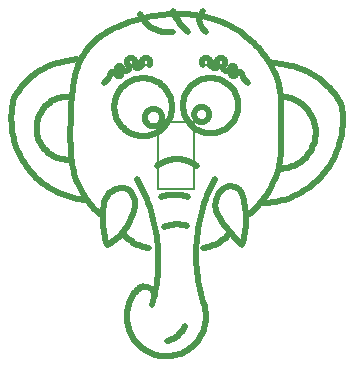
<source format=gbo>
G04 EAGLE Gerber X2 export*
G75*
%MOIN*%
%FSLAX24Y24*%
%LPD*%
%AMOC8*
5,1,8,0,0,1.08239X$1,22.5*%
G01*
%ADD10C,0.020000*%
%ADD11C,0.005000*%


D10*
X7000Y11700D02*
X7200Y11700D01*
X7315Y11698D01*
X7430Y11692D01*
X7545Y11683D01*
X7659Y11669D01*
X7773Y11652D01*
X7887Y11631D01*
X7999Y11606D01*
X8111Y11577D01*
X8221Y11544D01*
X8331Y11508D01*
X8439Y11468D01*
X8545Y11425D01*
X8651Y11378D01*
X8754Y11327D01*
X8856Y11273D01*
X8956Y11216D01*
X9054Y11155D01*
X9150Y11092D01*
X9243Y11024D01*
X9335Y10954D01*
X9424Y10881D01*
X9510Y10805D01*
X9594Y10726D01*
X9675Y10644D01*
X9753Y10559D01*
X9829Y10472D01*
X9901Y10383D01*
X9971Y10291D01*
X10037Y10196D01*
X10100Y10100D01*
X10151Y10016D01*
X10198Y9930D01*
X10243Y9842D01*
X10284Y9752D01*
X10321Y9661D01*
X10356Y9569D01*
X10386Y9476D01*
X10413Y9381D01*
X10437Y9285D01*
X10456Y9189D01*
X10472Y9092D01*
X10485Y8994D01*
X10494Y8896D01*
X10499Y8798D01*
X10500Y8700D01*
X10500Y7300D01*
X10499Y7196D01*
X10494Y7093D01*
X10485Y6990D01*
X10473Y6887D01*
X10457Y6785D01*
X10437Y6684D01*
X10414Y6583D01*
X10387Y6483D01*
X10356Y6384D01*
X10322Y6286D01*
X10285Y6190D01*
X10244Y6095D01*
X10199Y6001D01*
X10152Y5910D01*
X10101Y5820D01*
X10047Y5731D01*
X9990Y5645D01*
X9929Y5561D01*
X9866Y5479D01*
X9800Y5400D01*
X9725Y5315D01*
X9647Y5233D01*
X9567Y5153D01*
X9485Y5075D01*
X9400Y5000D01*
X8800Y4400D02*
X8700Y4300D01*
X8649Y4252D01*
X8596Y4206D01*
X8541Y4163D01*
X8484Y4123D01*
X8424Y4086D01*
X8363Y4051D01*
X8301Y4020D01*
X8237Y3992D01*
X8171Y3967D01*
X8105Y3945D01*
X8037Y3927D01*
X7969Y3912D01*
X7900Y3900D01*
X5300Y4300D02*
X5200Y4400D01*
X5300Y4300D02*
X5351Y4252D01*
X5404Y4206D01*
X5459Y4163D01*
X5516Y4123D01*
X5576Y4086D01*
X5637Y4051D01*
X5699Y4020D01*
X5763Y3992D01*
X5829Y3967D01*
X5895Y3945D01*
X5963Y3927D01*
X6031Y3912D01*
X6100Y3900D01*
X4700Y11100D02*
X4818Y11164D01*
X4937Y11224D01*
X5057Y11281D01*
X5180Y11334D01*
X5304Y11384D01*
X5429Y11430D01*
X5555Y11473D01*
X5683Y11512D01*
X5812Y11548D01*
X5941Y11579D01*
X6072Y11608D01*
X6203Y11632D01*
X6335Y11653D01*
X6467Y11670D01*
X6600Y11683D01*
X6733Y11692D01*
X6867Y11698D01*
X7000Y11700D01*
X4700Y11100D02*
X4621Y11054D01*
X4544Y11004D01*
X4469Y10952D01*
X4397Y10896D01*
X4327Y10837D01*
X4259Y10776D01*
X4194Y10711D01*
X4132Y10644D01*
X4073Y10575D01*
X4017Y10503D01*
X3963Y10429D01*
X3913Y10352D01*
X3866Y10274D01*
X3822Y10193D01*
X3782Y10111D01*
X3745Y10028D01*
X3712Y9943D01*
X3682Y9856D01*
X3656Y9769D01*
X3634Y9680D01*
X3615Y9590D01*
X3600Y9500D01*
X3563Y9224D01*
X3533Y8947D01*
X3509Y8670D01*
X3491Y8392D01*
X3480Y8114D01*
X3475Y7835D01*
X3477Y7557D01*
X3485Y7278D01*
X3500Y7000D01*
X3509Y6896D01*
X3521Y6792D01*
X3537Y6689D01*
X3557Y6586D01*
X3580Y6485D01*
X3608Y6384D01*
X3638Y6284D01*
X3673Y6185D01*
X3711Y6088D01*
X3753Y5992D01*
X3798Y5898D01*
X3846Y5806D01*
X3898Y5715D01*
X3953Y5626D01*
X4011Y5540D01*
X4072Y5455D01*
X4136Y5373D01*
X4203Y5293D01*
X4274Y5216D01*
X4346Y5141D01*
X4422Y5069D01*
X4500Y4999D01*
X3700Y10200D02*
X3200Y10100D01*
X3109Y10080D01*
X3018Y10056D01*
X2928Y10028D01*
X2839Y9997D01*
X2752Y9962D01*
X2666Y9923D01*
X2582Y9882D01*
X2500Y9836D01*
X2419Y9788D01*
X2341Y9736D01*
X2264Y9681D01*
X2190Y9623D01*
X2119Y9563D01*
X2049Y9499D01*
X1983Y9432D01*
X1919Y9363D01*
X1858Y9292D01*
X1800Y9218D01*
X1746Y9141D01*
X1694Y9063D01*
X1645Y8982D01*
X1600Y8900D01*
X1575Y8800D01*
X1555Y8699D01*
X1538Y8597D01*
X1525Y8495D01*
X1516Y8392D01*
X1511Y8289D01*
X1510Y8186D01*
X1513Y8083D01*
X1519Y7981D01*
X1530Y7878D01*
X1544Y7776D01*
X1563Y7675D01*
X1585Y7574D01*
X1611Y7474D01*
X1640Y7376D01*
X1674Y7278D01*
X1711Y7182D01*
X1752Y7087D01*
X1796Y6994D01*
X1844Y6903D01*
X1895Y6813D01*
X1949Y6726D01*
X2007Y6641D01*
X2068Y6558D01*
X2132Y6477D01*
X2199Y6399D01*
X2269Y6323D01*
X2342Y6250D01*
X2418Y6180D01*
X2496Y6113D01*
X2577Y6049D01*
X2660Y5988D01*
X2745Y5930D01*
X2832Y5876D01*
X2922Y5825D01*
X3013Y5777D01*
X3106Y5733D01*
X3201Y5692D01*
X3297Y5655D01*
X3395Y5621D01*
X3493Y5592D01*
X3593Y5566D01*
X3694Y5544D01*
X3795Y5525D01*
X3897Y5511D01*
X4000Y5500D01*
X10100Y10100D02*
X10700Y10000D01*
X10794Y9982D01*
X10888Y9961D01*
X10980Y9937D01*
X11072Y9908D01*
X11162Y9876D01*
X11251Y9841D01*
X11339Y9803D01*
X11425Y9761D01*
X11510Y9715D01*
X11593Y9667D01*
X11673Y9616D01*
X11752Y9561D01*
X11829Y9503D01*
X11903Y9443D01*
X11975Y9379D01*
X12045Y9313D01*
X12112Y9245D01*
X12176Y9174D01*
X12237Y9100D01*
X12296Y9024D01*
X12351Y8946D01*
X12404Y8866D01*
X12454Y8784D01*
X12500Y8700D01*
X12499Y8700D02*
X12519Y8598D01*
X12534Y8495D01*
X12546Y8392D01*
X12553Y8288D01*
X12557Y8184D01*
X12556Y8080D01*
X12552Y7976D01*
X12544Y7872D01*
X12532Y7769D01*
X12516Y7666D01*
X12496Y7564D01*
X12472Y7463D01*
X12444Y7362D01*
X12413Y7263D01*
X12378Y7165D01*
X12339Y7069D01*
X12296Y6974D01*
X12250Y6881D01*
X12201Y6789D01*
X12148Y6700D01*
X12091Y6612D01*
X12032Y6527D01*
X11969Y6444D01*
X11903Y6364D01*
X11834Y6286D01*
X11762Y6210D01*
X11688Y6138D01*
X11610Y6068D01*
X11530Y6002D01*
X11448Y5938D01*
X11363Y5878D01*
X11276Y5821D01*
X11187Y5767D01*
X11096Y5717D01*
X11003Y5670D01*
X10909Y5627D01*
X10812Y5587D01*
X10715Y5551D01*
X10616Y5519D01*
X10516Y5490D01*
X10415Y5465D01*
X10313Y5445D01*
X10210Y5428D01*
X10107Y5415D01*
X10003Y5405D01*
X9900Y5400D01*
X5300Y5900D02*
X5200Y5900D01*
X5300Y5900D02*
X5342Y5879D01*
X5381Y5855D01*
X5419Y5828D01*
X5454Y5797D01*
X5487Y5764D01*
X5516Y5728D01*
X5543Y5690D01*
X5566Y5650D01*
X5586Y5608D01*
X5603Y5565D01*
X5616Y5520D01*
X5625Y5475D01*
X5630Y5428D01*
X5632Y5382D01*
X5630Y5336D01*
X5624Y5289D01*
X5614Y5244D01*
X5600Y5200D01*
X5200Y5900D02*
X5153Y5898D01*
X5106Y5893D01*
X5060Y5884D01*
X5015Y5871D01*
X4970Y5855D01*
X4927Y5836D01*
X4886Y5813D01*
X4847Y5787D01*
X4809Y5759D01*
X4775Y5727D01*
X4742Y5693D01*
X4712Y5656D01*
X4686Y5618D01*
X4662Y5577D01*
X4641Y5535D01*
X4624Y5491D01*
X4610Y5446D01*
X4600Y5400D01*
X4584Y5300D01*
X4571Y5200D01*
X4561Y5099D01*
X4556Y4998D01*
X4554Y4896D01*
X4556Y4795D01*
X4561Y4694D01*
X4570Y4593D01*
X4583Y4492D01*
X4599Y4392D01*
X4619Y4293D01*
X4643Y4195D01*
X4670Y4097D01*
X4700Y4000D01*
X4771Y4040D01*
X4840Y4083D01*
X4907Y4129D01*
X4972Y4179D01*
X5034Y4231D01*
X5094Y4286D01*
X5152Y4344D01*
X5206Y4405D01*
X5258Y4468D01*
X5307Y4533D01*
X5353Y4600D01*
X5396Y4670D01*
X5435Y4741D01*
X5471Y4814D01*
X5504Y4889D01*
X5533Y4965D01*
X5559Y5042D01*
X5581Y5121D01*
X5600Y5200D01*
X8500Y5800D02*
X8600Y5900D01*
X8499Y5801D02*
X8467Y5765D01*
X8436Y5728D01*
X8409Y5688D01*
X8385Y5646D01*
X8364Y5603D01*
X8346Y5558D01*
X8331Y5512D01*
X8320Y5465D01*
X8312Y5417D01*
X8308Y5369D01*
X8307Y5321D01*
X8310Y5273D01*
X8316Y5225D01*
X8326Y5178D01*
X8340Y5132D01*
X8356Y5086D01*
X8376Y5042D01*
X8399Y5000D01*
X8400Y5000D02*
X8467Y4890D01*
X8538Y4783D01*
X8611Y4677D01*
X8687Y4574D01*
X8766Y4472D01*
X8847Y4373D01*
X8932Y4276D01*
X9019Y4182D01*
X9108Y4090D01*
X9200Y4000D01*
X9200Y5700D02*
X9184Y5736D01*
X9164Y5771D01*
X9140Y5804D01*
X9114Y5834D01*
X9085Y5861D01*
X9053Y5886D01*
X9020Y5907D01*
X8984Y5925D01*
X8947Y5940D01*
X8908Y5951D01*
X8869Y5958D01*
X8829Y5961D01*
X8789Y5960D01*
X8749Y5956D01*
X8710Y5947D01*
X8672Y5935D01*
X8635Y5919D01*
X8600Y5900D01*
X9200Y5700D02*
X9229Y5603D01*
X9254Y5504D01*
X9276Y5405D01*
X9294Y5305D01*
X9309Y5205D01*
X9320Y5104D01*
X9327Y5002D01*
X9331Y4901D01*
X9331Y4799D01*
X9327Y4698D01*
X9320Y4596D01*
X9309Y4495D01*
X9294Y4395D01*
X9276Y4295D01*
X9254Y4196D01*
X9229Y4097D01*
X9200Y4000D01*
X4938Y8600D02*
X4940Y8662D01*
X4946Y8723D01*
X4956Y8784D01*
X4969Y8844D01*
X4987Y8903D01*
X5008Y8961D01*
X5033Y9017D01*
X5062Y9072D01*
X5094Y9125D01*
X5129Y9175D01*
X5167Y9224D01*
X5209Y9269D01*
X5253Y9312D01*
X5300Y9352D01*
X5350Y9389D01*
X5401Y9423D01*
X5455Y9453D01*
X5511Y9480D01*
X5568Y9503D01*
X5626Y9522D01*
X5686Y9538D01*
X5746Y9550D01*
X5808Y9558D01*
X5869Y9562D01*
X5931Y9562D01*
X5992Y9558D01*
X6054Y9550D01*
X6114Y9538D01*
X6174Y9522D01*
X6232Y9503D01*
X6289Y9480D01*
X6345Y9453D01*
X6399Y9423D01*
X6450Y9389D01*
X6500Y9352D01*
X6547Y9312D01*
X6591Y9269D01*
X6633Y9224D01*
X6671Y9175D01*
X6706Y9125D01*
X6738Y9072D01*
X6767Y9017D01*
X6792Y8961D01*
X6813Y8903D01*
X6831Y8844D01*
X6844Y8784D01*
X6854Y8723D01*
X6860Y8662D01*
X6862Y8600D01*
X6860Y8538D01*
X6854Y8477D01*
X6844Y8416D01*
X6831Y8356D01*
X6813Y8297D01*
X6792Y8239D01*
X6767Y8183D01*
X6738Y8128D01*
X6706Y8075D01*
X6671Y8025D01*
X6633Y7976D01*
X6591Y7931D01*
X6547Y7888D01*
X6500Y7848D01*
X6450Y7811D01*
X6399Y7777D01*
X6345Y7747D01*
X6289Y7720D01*
X6232Y7697D01*
X6174Y7678D01*
X6114Y7662D01*
X6054Y7650D01*
X5992Y7642D01*
X5931Y7638D01*
X5869Y7638D01*
X5808Y7642D01*
X5746Y7650D01*
X5686Y7662D01*
X5626Y7678D01*
X5568Y7697D01*
X5511Y7720D01*
X5455Y7747D01*
X5401Y7777D01*
X5350Y7811D01*
X5300Y7848D01*
X5253Y7888D01*
X5209Y7931D01*
X5167Y7976D01*
X5129Y8025D01*
X5094Y8075D01*
X5062Y8128D01*
X5033Y8183D01*
X5008Y8239D01*
X4987Y8297D01*
X4969Y8356D01*
X4956Y8416D01*
X4946Y8477D01*
X4940Y8538D01*
X4938Y8600D01*
X7228Y8650D02*
X7230Y8710D01*
X7236Y8770D01*
X7246Y8830D01*
X7259Y8889D01*
X7277Y8946D01*
X7298Y9003D01*
X7323Y9058D01*
X7352Y9111D01*
X7383Y9162D01*
X7419Y9211D01*
X7457Y9258D01*
X7498Y9302D01*
X7542Y9343D01*
X7589Y9381D01*
X7638Y9417D01*
X7689Y9448D01*
X7742Y9477D01*
X7797Y9502D01*
X7854Y9523D01*
X7911Y9541D01*
X7970Y9554D01*
X8030Y9564D01*
X8090Y9570D01*
X8150Y9572D01*
X8210Y9570D01*
X8270Y9564D01*
X8330Y9554D01*
X8389Y9541D01*
X8446Y9523D01*
X8503Y9502D01*
X8558Y9477D01*
X8611Y9448D01*
X8662Y9417D01*
X8711Y9381D01*
X8758Y9343D01*
X8802Y9302D01*
X8843Y9258D01*
X8881Y9211D01*
X8917Y9162D01*
X8948Y9111D01*
X8977Y9058D01*
X9002Y9003D01*
X9023Y8946D01*
X9041Y8889D01*
X9054Y8830D01*
X9064Y8770D01*
X9070Y8710D01*
X9072Y8650D01*
X9070Y8590D01*
X9064Y8530D01*
X9054Y8470D01*
X9041Y8411D01*
X9023Y8354D01*
X9002Y8297D01*
X8977Y8242D01*
X8948Y8189D01*
X8917Y8138D01*
X8881Y8089D01*
X8843Y8042D01*
X8802Y7998D01*
X8758Y7957D01*
X8711Y7919D01*
X8662Y7883D01*
X8611Y7852D01*
X8558Y7823D01*
X8503Y7798D01*
X8446Y7777D01*
X8389Y7759D01*
X8330Y7746D01*
X8270Y7736D01*
X8210Y7730D01*
X8150Y7728D01*
X8090Y7730D01*
X8030Y7736D01*
X7970Y7746D01*
X7911Y7759D01*
X7854Y7777D01*
X7797Y7798D01*
X7742Y7823D01*
X7689Y7852D01*
X7638Y7883D01*
X7589Y7919D01*
X7542Y7957D01*
X7498Y7998D01*
X7457Y8042D01*
X7419Y8089D01*
X7383Y8138D01*
X7352Y8189D01*
X7323Y8242D01*
X7298Y8297D01*
X7277Y8354D01*
X7259Y8411D01*
X7246Y8470D01*
X7236Y8530D01*
X7230Y8590D01*
X7228Y8650D01*
X7600Y8350D02*
X7602Y8381D01*
X7608Y8412D01*
X7618Y8442D01*
X7631Y8470D01*
X7648Y8497D01*
X7668Y8521D01*
X7691Y8543D01*
X7716Y8561D01*
X7744Y8576D01*
X7773Y8588D01*
X7803Y8596D01*
X7834Y8600D01*
X7866Y8600D01*
X7897Y8596D01*
X7927Y8588D01*
X7956Y8576D01*
X7984Y8561D01*
X8009Y8543D01*
X8032Y8521D01*
X8052Y8497D01*
X8069Y8470D01*
X8082Y8442D01*
X8092Y8412D01*
X8098Y8381D01*
X8100Y8350D01*
X8098Y8319D01*
X8092Y8288D01*
X8082Y8258D01*
X8069Y8230D01*
X8052Y8203D01*
X8032Y8179D01*
X8009Y8157D01*
X7984Y8139D01*
X7956Y8124D01*
X7927Y8112D01*
X7897Y8104D01*
X7866Y8100D01*
X7834Y8100D01*
X7803Y8104D01*
X7773Y8112D01*
X7744Y8124D01*
X7716Y8139D01*
X7691Y8157D01*
X7668Y8179D01*
X7648Y8203D01*
X7631Y8230D01*
X7618Y8258D01*
X7608Y8288D01*
X7602Y8319D01*
X7600Y8350D01*
X5958Y8250D02*
X5960Y8284D01*
X5966Y8317D01*
X5976Y8350D01*
X5989Y8381D01*
X6006Y8410D01*
X6026Y8438D01*
X6050Y8462D01*
X6076Y8484D01*
X6104Y8503D01*
X6134Y8518D01*
X6166Y8530D01*
X6199Y8538D01*
X6233Y8542D01*
X6267Y8542D01*
X6301Y8538D01*
X6334Y8530D01*
X6366Y8518D01*
X6396Y8503D01*
X6424Y8484D01*
X6450Y8462D01*
X6474Y8438D01*
X6494Y8410D01*
X6511Y8381D01*
X6524Y8350D01*
X6534Y8317D01*
X6540Y8284D01*
X6542Y8250D01*
X6540Y8216D01*
X6534Y8183D01*
X6524Y8150D01*
X6511Y8119D01*
X6494Y8090D01*
X6474Y8062D01*
X6450Y8038D01*
X6424Y8016D01*
X6396Y7997D01*
X6366Y7982D01*
X6334Y7970D01*
X6301Y7962D01*
X6267Y7958D01*
X6233Y7958D01*
X6199Y7962D01*
X6166Y7970D01*
X6134Y7982D01*
X6104Y7997D01*
X6076Y8016D01*
X6050Y8038D01*
X6026Y8062D01*
X6006Y8090D01*
X5989Y8119D01*
X5976Y8150D01*
X5966Y8183D01*
X5960Y8216D01*
X5958Y8250D01*
X3450Y8951D02*
X3386Y8952D01*
X3321Y8949D01*
X3257Y8942D01*
X3194Y8932D01*
X3131Y8917D01*
X3069Y8899D01*
X3008Y8876D01*
X2949Y8851D01*
X2892Y8821D01*
X2837Y8788D01*
X2783Y8752D01*
X2732Y8713D01*
X2684Y8670D01*
X2638Y8625D01*
X2595Y8577D01*
X2555Y8526D01*
X2518Y8473D01*
X2485Y8418D01*
X2455Y8361D01*
X2429Y8302D01*
X2406Y8242D01*
X2387Y8180D01*
X2372Y8118D01*
X2360Y8054D01*
X2353Y7990D01*
X2349Y7926D01*
X2350Y7862D01*
X2354Y7797D01*
X2362Y7733D01*
X2375Y7670D01*
X2391Y7608D01*
X2411Y7546D01*
X2434Y7486D01*
X2461Y7428D01*
X2492Y7371D01*
X2526Y7317D01*
X2564Y7264D01*
X2604Y7214D01*
X2648Y7167D01*
X2694Y7122D01*
X2744Y7080D01*
X2795Y7042D01*
X2849Y7006D01*
X2905Y6974D01*
X2963Y6945D01*
X3022Y6920D01*
X3083Y6899D01*
X3145Y6881D01*
X3208Y6868D01*
X3271Y6858D01*
X3336Y6852D01*
X3400Y6850D01*
X10450Y6550D02*
X10519Y6552D01*
X10588Y6558D01*
X10656Y6568D01*
X10723Y6582D01*
X10790Y6599D01*
X10856Y6621D01*
X10920Y6646D01*
X10982Y6674D01*
X11043Y6707D01*
X11102Y6743D01*
X11159Y6782D01*
X11213Y6824D01*
X11265Y6869D01*
X11315Y6917D01*
X11361Y6968D01*
X11404Y7022D01*
X11445Y7078D01*
X11482Y7136D01*
X11515Y7196D01*
X11545Y7258D01*
X11572Y7322D01*
X11595Y7387D01*
X11614Y7453D01*
X11629Y7521D01*
X11640Y7589D01*
X11647Y7657D01*
X11651Y7726D01*
X11650Y7795D01*
X11646Y7864D01*
X11637Y7932D01*
X11625Y8000D01*
X11609Y8067D01*
X11589Y8133D01*
X11565Y8198D01*
X11537Y8261D01*
X11506Y8322D01*
X11472Y8382D01*
X11434Y8440D01*
X11393Y8495D01*
X11349Y8548D01*
X11301Y8598D01*
X11251Y8646D01*
X11199Y8690D01*
X11144Y8731D01*
X11086Y8770D01*
X11027Y8804D01*
X10965Y8836D01*
X10902Y8864D01*
X10838Y8888D01*
X10772Y8908D01*
X10705Y8925D01*
X10637Y8937D01*
X10569Y8946D01*
X10500Y8951D01*
X7700Y6650D02*
X7645Y6686D01*
X7589Y6719D01*
X7531Y6749D01*
X7471Y6776D01*
X7410Y6799D01*
X7348Y6819D01*
X7285Y6836D01*
X7220Y6849D01*
X7156Y6858D01*
X7090Y6863D01*
X7025Y6865D01*
X6960Y6863D01*
X6894Y6858D01*
X6830Y6849D01*
X6765Y6836D01*
X6702Y6819D01*
X6640Y6799D01*
X6579Y6776D01*
X6519Y6749D01*
X6461Y6719D01*
X6405Y6686D01*
X6350Y6650D01*
X6500Y5600D02*
X6562Y5622D01*
X6625Y5641D01*
X6689Y5657D01*
X6753Y5669D01*
X6819Y5678D01*
X6884Y5683D01*
X6950Y5685D01*
X7016Y5683D01*
X7081Y5678D01*
X7147Y5669D01*
X7211Y5657D01*
X7275Y5641D01*
X7338Y5622D01*
X7400Y5600D01*
X7350Y4650D02*
X7288Y4665D01*
X7226Y4677D01*
X7162Y4685D01*
X7099Y4690D01*
X7035Y4691D01*
X6971Y4688D01*
X6908Y4682D01*
X6845Y4673D01*
X6782Y4660D01*
X6720Y4643D01*
X6660Y4623D01*
X6600Y4600D01*
X5900Y5800D02*
X5700Y6200D01*
X5901Y5800D02*
X5959Y5668D01*
X6013Y5535D01*
X6065Y5400D01*
X6112Y5264D01*
X6156Y5127D01*
X6197Y4989D01*
X6234Y4850D01*
X6267Y4710D01*
X6297Y4569D01*
X6323Y4427D01*
X6346Y4285D01*
X6365Y4142D01*
X6380Y3998D01*
X6391Y3855D01*
X6399Y3711D01*
X6402Y3567D01*
X6403Y3423D01*
X6399Y3279D01*
X6392Y3135D01*
X6381Y2991D01*
X6366Y2848D01*
X6348Y2705D01*
X6326Y2562D01*
X6300Y2421D01*
X6270Y2280D01*
X6237Y2139D01*
X6201Y2000D01*
X8100Y5800D02*
X8300Y6200D01*
X8100Y5800D02*
X8045Y5665D01*
X7993Y5529D01*
X7945Y5392D01*
X7901Y5253D01*
X7861Y5114D01*
X7824Y4973D01*
X7791Y4831D01*
X7762Y4689D01*
X7736Y4546D01*
X7715Y4402D01*
X7697Y4257D01*
X7684Y4113D01*
X7674Y3967D01*
X7668Y3822D01*
X7666Y3677D01*
X7668Y3531D01*
X7674Y3386D01*
X7683Y3241D01*
X7697Y3096D01*
X7715Y2952D01*
X7736Y2808D01*
X7761Y2664D01*
X7790Y2522D01*
X7823Y2380D01*
X7860Y2239D01*
X7900Y2100D01*
X7925Y2033D01*
X7946Y1964D01*
X7963Y1894D01*
X7976Y1824D01*
X7986Y1752D01*
X7991Y1681D01*
X7993Y1609D01*
X7991Y1537D01*
X7984Y1465D01*
X7974Y1394D01*
X7960Y1324D01*
X7943Y1254D01*
X7921Y1186D01*
X7896Y1118D01*
X7867Y1052D01*
X7834Y988D01*
X7799Y926D01*
X7759Y866D01*
X7717Y808D01*
X7671Y752D01*
X7623Y699D01*
X7571Y649D01*
X7517Y601D01*
X7461Y557D01*
X7402Y516D01*
X7341Y478D01*
X7278Y443D01*
X7213Y412D01*
X7147Y384D01*
X7079Y360D01*
X7010Y340D01*
X6940Y324D01*
X6869Y311D01*
X6798Y303D01*
X6726Y298D01*
X6654Y297D01*
X6583Y300D01*
X6511Y307D01*
X6440Y318D01*
X6370Y333D01*
X6300Y351D01*
X6232Y374D01*
X6165Y400D01*
X6099Y429D01*
X6036Y462D01*
X5974Y499D01*
X5914Y539D01*
X5856Y582D01*
X5801Y628D01*
X5749Y677D01*
X5699Y729D01*
X5652Y784D01*
X5608Y841D01*
X5568Y900D01*
X5531Y961D01*
X5497Y1025D01*
X5466Y1090D01*
X5439Y1156D01*
X5416Y1225D01*
X5397Y1294D01*
X5381Y1364D01*
X5369Y1435D01*
X5361Y1506D01*
X5358Y1578D01*
X5357Y1650D01*
X5361Y1722D01*
X5369Y1793D01*
X5381Y1864D01*
X5396Y1934D01*
X5416Y2003D01*
X5439Y2072D01*
X5465Y2138D01*
X5496Y2203D01*
X5529Y2267D01*
X5567Y2328D01*
X5607Y2388D01*
X5651Y2445D01*
X5698Y2499D01*
X5747Y2551D01*
X5800Y2600D01*
X7300Y1300D02*
X7275Y1249D01*
X7245Y1199D01*
X7213Y1152D01*
X7178Y1106D01*
X7140Y1062D01*
X7099Y1022D01*
X7056Y983D01*
X7011Y948D01*
X6963Y915D01*
X6914Y886D01*
X6863Y859D01*
X6810Y836D01*
X6756Y817D01*
X6700Y800D01*
X6300Y2300D02*
X6293Y2336D01*
X6282Y2371D01*
X6267Y2405D01*
X6250Y2438D01*
X6229Y2468D01*
X6205Y2497D01*
X6179Y2523D01*
X6151Y2546D01*
X6120Y2567D01*
X6087Y2584D01*
X6053Y2598D01*
X6018Y2609D01*
X5982Y2617D01*
X5945Y2620D01*
X5908Y2621D01*
X5871Y2617D01*
X5835Y2611D01*
X5800Y2600D01*
X4600Y9400D02*
X4700Y9500D01*
X4722Y9524D01*
X4742Y9550D01*
X4759Y9577D01*
X4774Y9606D01*
X4785Y9637D01*
X4794Y9668D01*
X4800Y9700D01*
X4805Y9719D01*
X4812Y9736D01*
X4824Y9752D01*
X4838Y9765D01*
X4854Y9776D01*
X4872Y9783D01*
X4890Y9787D01*
X4910Y9787D01*
X4928Y9783D01*
X4946Y9776D01*
X4962Y9765D01*
X4976Y9752D01*
X4988Y9736D01*
X4995Y9719D01*
X5000Y9700D01*
X5000Y9701D02*
X5004Y9683D01*
X5012Y9667D01*
X5022Y9653D01*
X5036Y9642D01*
X5051Y9633D01*
X5068Y9627D01*
X5085Y9625D01*
X5103Y9626D01*
X5120Y9631D01*
X5136Y9640D01*
X5149Y9651D01*
X5160Y9664D01*
X5169Y9680D01*
X5174Y9697D01*
X5175Y9715D01*
X5173Y9732D01*
X5167Y9749D01*
X5158Y9764D01*
X5147Y9778D01*
X5133Y9788D01*
X5117Y9796D01*
X5099Y9800D01*
X5101Y9800D02*
X5083Y9804D01*
X5067Y9812D01*
X5053Y9822D01*
X5042Y9836D01*
X5033Y9851D01*
X5027Y9868D01*
X5025Y9885D01*
X5026Y9903D01*
X5031Y9920D01*
X5040Y9936D01*
X5051Y9949D01*
X5064Y9960D01*
X5080Y9969D01*
X5097Y9974D01*
X5115Y9975D01*
X5132Y9973D01*
X5149Y9967D01*
X5164Y9958D01*
X5178Y9947D01*
X5188Y9933D01*
X5196Y9917D01*
X5200Y9899D01*
X5200Y9900D02*
X5205Y9881D01*
X5213Y9862D01*
X5224Y9845D01*
X5237Y9830D01*
X5253Y9818D01*
X5271Y9808D01*
X5291Y9802D01*
X5311Y9799D01*
X5331Y9800D01*
X5351Y9804D01*
X5370Y9811D01*
X5387Y9822D01*
X5402Y9835D01*
X5415Y9851D01*
X5425Y9869D01*
X5431Y9888D01*
X5435Y9908D01*
X5434Y9928D01*
X5431Y9948D01*
X5424Y9967D01*
X5413Y9985D01*
X5400Y10000D01*
X5385Y10018D01*
X5374Y10037D01*
X5365Y10059D01*
X5360Y10081D01*
X5359Y10104D01*
X5362Y10127D01*
X5368Y10149D01*
X5377Y10169D01*
X5390Y10188D01*
X5406Y10205D01*
X5424Y10219D01*
X5444Y10230D01*
X5466Y10237D01*
X5489Y10241D01*
X5511Y10241D01*
X5534Y10237D01*
X5556Y10230D01*
X5576Y10219D01*
X5594Y10205D01*
X5610Y10188D01*
X5623Y10169D01*
X5632Y10149D01*
X5638Y10127D01*
X5641Y10104D01*
X5640Y10081D01*
X5635Y10059D01*
X5626Y10037D01*
X5615Y10018D01*
X5600Y10000D01*
X5605Y9981D01*
X5613Y9962D01*
X5624Y9945D01*
X5637Y9930D01*
X5653Y9918D01*
X5671Y9908D01*
X5691Y9902D01*
X5711Y9899D01*
X5731Y9900D01*
X5751Y9904D01*
X5770Y9911D01*
X5787Y9922D01*
X5802Y9935D01*
X5815Y9951D01*
X5825Y9969D01*
X5831Y9988D01*
X5835Y10008D01*
X5834Y10028D01*
X5831Y10048D01*
X5824Y10067D01*
X5813Y10085D01*
X5800Y10100D01*
X5900Y10000D02*
X5885Y10018D01*
X5874Y10037D01*
X5865Y10059D01*
X5860Y10081D01*
X5859Y10104D01*
X5862Y10127D01*
X5868Y10149D01*
X5877Y10169D01*
X5890Y10188D01*
X5906Y10205D01*
X5924Y10219D01*
X5944Y10230D01*
X5966Y10237D01*
X5989Y10241D01*
X6011Y10241D01*
X6034Y10237D01*
X6056Y10230D01*
X6076Y10219D01*
X6094Y10205D01*
X6110Y10188D01*
X6123Y10169D01*
X6132Y10149D01*
X6138Y10127D01*
X6141Y10104D01*
X6140Y10081D01*
X6135Y10059D01*
X6126Y10037D01*
X6115Y10018D01*
X6100Y10000D01*
X9300Y9500D02*
X9400Y9400D01*
X9300Y9500D02*
X9278Y9524D01*
X9258Y9550D01*
X9241Y9577D01*
X9226Y9606D01*
X9215Y9637D01*
X9206Y9668D01*
X9200Y9700D01*
X9195Y9719D01*
X9188Y9736D01*
X9176Y9752D01*
X9162Y9765D01*
X9146Y9776D01*
X9128Y9783D01*
X9110Y9787D01*
X9090Y9787D01*
X9072Y9783D01*
X9054Y9776D01*
X9038Y9765D01*
X9024Y9752D01*
X9012Y9736D01*
X9005Y9719D01*
X9000Y9700D01*
X9000Y9701D02*
X8996Y9683D01*
X8988Y9667D01*
X8978Y9653D01*
X8964Y9642D01*
X8949Y9633D01*
X8932Y9627D01*
X8915Y9625D01*
X8897Y9626D01*
X8880Y9631D01*
X8864Y9640D01*
X8851Y9651D01*
X8840Y9664D01*
X8831Y9680D01*
X8826Y9697D01*
X8825Y9715D01*
X8827Y9732D01*
X8833Y9749D01*
X8842Y9764D01*
X8853Y9778D01*
X8867Y9788D01*
X8883Y9796D01*
X8901Y9800D01*
X8899Y9800D02*
X8917Y9804D01*
X8933Y9812D01*
X8947Y9822D01*
X8958Y9836D01*
X8967Y9851D01*
X8973Y9868D01*
X8975Y9885D01*
X8974Y9903D01*
X8969Y9920D01*
X8960Y9936D01*
X8949Y9949D01*
X8936Y9960D01*
X8920Y9969D01*
X8903Y9974D01*
X8885Y9975D01*
X8868Y9973D01*
X8851Y9967D01*
X8836Y9958D01*
X8822Y9947D01*
X8812Y9933D01*
X8804Y9917D01*
X8800Y9899D01*
X8800Y9900D02*
X8795Y9881D01*
X8787Y9862D01*
X8776Y9845D01*
X8763Y9830D01*
X8747Y9818D01*
X8729Y9808D01*
X8709Y9802D01*
X8689Y9799D01*
X8669Y9800D01*
X8649Y9804D01*
X8630Y9811D01*
X8613Y9822D01*
X8598Y9835D01*
X8585Y9851D01*
X8575Y9869D01*
X8569Y9888D01*
X8565Y9908D01*
X8566Y9928D01*
X8569Y9948D01*
X8576Y9967D01*
X8587Y9985D01*
X8600Y10000D01*
X8615Y10018D01*
X8626Y10037D01*
X8635Y10059D01*
X8640Y10081D01*
X8641Y10104D01*
X8638Y10127D01*
X8632Y10149D01*
X8623Y10169D01*
X8610Y10188D01*
X8594Y10205D01*
X8576Y10219D01*
X8556Y10230D01*
X8534Y10237D01*
X8511Y10241D01*
X8489Y10241D01*
X8466Y10237D01*
X8444Y10230D01*
X8424Y10219D01*
X8406Y10205D01*
X8390Y10188D01*
X8377Y10169D01*
X8368Y10149D01*
X8362Y10127D01*
X8359Y10104D01*
X8360Y10081D01*
X8365Y10059D01*
X8374Y10037D01*
X8385Y10018D01*
X8400Y10000D01*
X8395Y9981D01*
X8387Y9962D01*
X8376Y9945D01*
X8363Y9930D01*
X8347Y9918D01*
X8329Y9908D01*
X8309Y9902D01*
X8289Y9899D01*
X8269Y9900D01*
X8249Y9904D01*
X8230Y9911D01*
X8213Y9922D01*
X8198Y9935D01*
X8185Y9951D01*
X8175Y9969D01*
X8169Y9988D01*
X8165Y10008D01*
X8166Y10028D01*
X8169Y10048D01*
X8176Y10067D01*
X8187Y10085D01*
X8200Y10100D01*
X8100Y10000D02*
X8115Y10018D01*
X8126Y10037D01*
X8135Y10059D01*
X8140Y10081D01*
X8141Y10104D01*
X8138Y10127D01*
X8132Y10149D01*
X8123Y10169D01*
X8110Y10188D01*
X8094Y10205D01*
X8076Y10219D01*
X8056Y10230D01*
X8034Y10237D01*
X8011Y10241D01*
X7989Y10241D01*
X7966Y10237D01*
X7944Y10230D01*
X7924Y10219D01*
X7906Y10205D01*
X7890Y10188D01*
X7877Y10169D01*
X7868Y10149D01*
X7862Y10127D01*
X7859Y10104D01*
X7860Y10081D01*
X7865Y10059D01*
X7874Y10037D01*
X7885Y10018D01*
X7900Y10000D01*
X6900Y11100D02*
X6700Y11100D01*
X6640Y11102D01*
X6580Y11107D01*
X6520Y11117D01*
X6461Y11130D01*
X6403Y11146D01*
X6346Y11166D01*
X6291Y11190D01*
X6237Y11217D01*
X6185Y11247D01*
X6134Y11281D01*
X6086Y11317D01*
X6041Y11357D01*
X5997Y11399D01*
X5957Y11444D01*
X5919Y11491D01*
X5885Y11540D01*
X5853Y11592D01*
X5825Y11645D01*
X5800Y11700D01*
X7300Y11200D02*
X7400Y11100D01*
X7300Y11200D02*
X7245Y11259D01*
X7191Y11319D01*
X7141Y11382D01*
X7093Y11447D01*
X7049Y11514D01*
X7007Y11583D01*
X6968Y11654D01*
X6933Y11726D01*
X6900Y11800D01*
X7900Y11200D02*
X8000Y11100D01*
X7900Y11200D02*
X7874Y11229D01*
X7850Y11260D01*
X7830Y11294D01*
X7812Y11329D01*
X7798Y11365D01*
X7787Y11403D01*
X7780Y11441D01*
X7776Y11480D01*
X7776Y11520D01*
X7780Y11559D01*
X7787Y11597D01*
X7798Y11635D01*
X7812Y11671D01*
X7830Y11706D01*
X7850Y11740D01*
X7874Y11771D01*
X7900Y11800D01*
D11*
X7591Y8092D02*
X7591Y5887D01*
X7591Y8092D02*
X6409Y8092D01*
X6409Y5887D01*
X7591Y5887D01*
M02*

</source>
